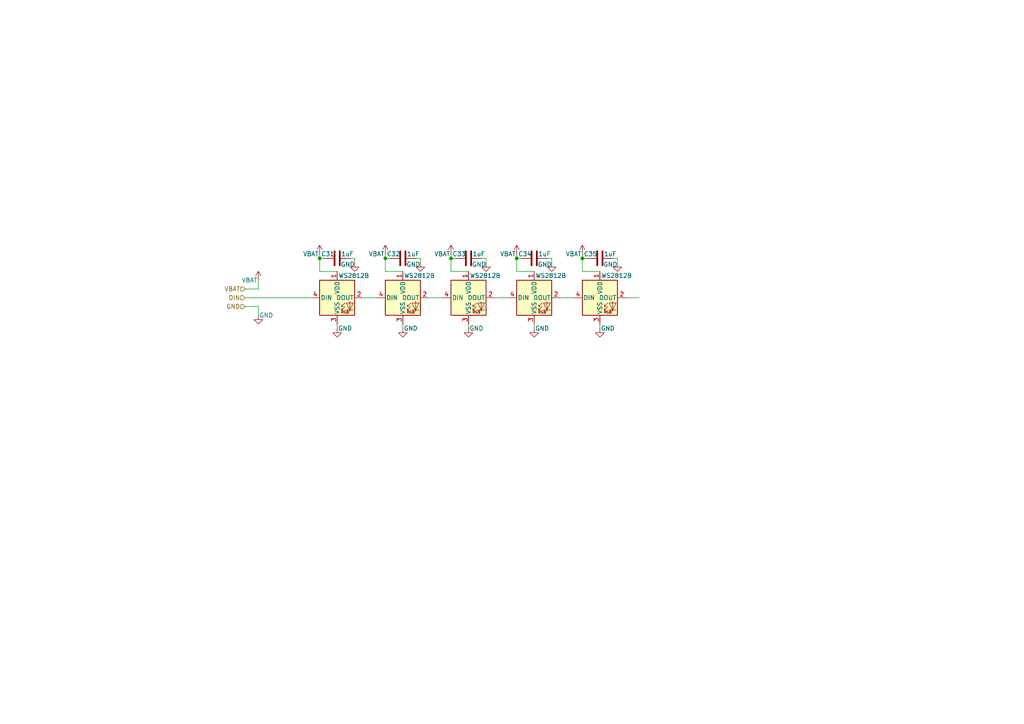
<source format=kicad_sch>
(kicad_sch (version 20250114) (generator "eeschema") (generator_version "9.0")
  (paper "A4")
  (lib_symbols
    (symbol "Device:C" (pin_numbers (hide yes)) (pin_names (offset 0.254))
      (property "Reference" "C" (at 0.635 2.54 0))
      (property "Value" "C" (at 0.635 -2.54 0))
      (symbol "C_0_1"
        (polyline (pts (xy -2.032 0.762) (xy 2.032 0.762)) (stroke (width 0.508)))
        (polyline (pts (xy -2.032 -0.762) (xy 2.032 -0.762)) (stroke (width 0.508)))
      )
      (symbol "C_1_1"
        (pin passive line (at 0 3.81 270) (length 2.794) (name "~") (number "1"))
        (pin passive line (at 0 -3.81 90) (length 2.794) (name "~") (number "2"))
      )
    )
    (symbol "LED:WS2812B" (pin_names (offset 0.254))
      (property "Reference" "D" (at 5.08 5.715 0))
      (property "Value" "WS2812B" (at 1.27 -5.715 0))
      (symbol "WS2812B_0_0"
        (text "RGB" (at 2.286 -4.191 0) (effects (font (size 0.762 0.762))))
      )
      (symbol "WS2812B_0_1"
        (polyline (pts (xy 1.27 -2.54) (xy 1.778 -2.54)))
        (polyline (pts (xy 1.27 -3.556) (xy 1.778 -3.556)))
        (polyline (pts (xy 2.286 -1.524) (xy 1.27 -2.54) (xy 1.27 -2.032)))
        (polyline (pts (xy 2.286 -2.54) (xy 1.27 -3.556) (xy 1.27 -3.048)))
        (polyline (pts (xy 3.683 -1.016) (xy 3.683 -3.556) (xy 3.683 -4.064)))
        (polyline (pts (xy 4.699 -1.524) (xy 2.667 -1.524) (xy 3.683 -3.556) (xy 4.699 -1.524)))
        (polyline (pts (xy 4.699 -3.556) (xy 2.667 -3.556)))
        (rectangle (start 5.08 5.08) (end -5.08 -5.08) (stroke (width 0.254)) (fill (type background)))
      )
      (symbol "WS2812B_1_1"
        (pin input line (at -7.62 0 0) (length 2.54) (name "DIN") (number "4"))
        (pin power_in line (at 0 7.62 270) (length 2.54) (name "VDD") (number "1"))
        (pin power_in line (at 0 -7.62 90) (length 2.54) (name "VSS") (number "3"))
        (pin output line (at 7.62 0 180) (length 2.54) (name "DOUT") (number "2"))
      )
    )
    (symbol "power:GND" (power) (pin_numbers (hide yes)) (pin_names (offset 0) (hide yes))
      (property "Value" "GND" (at 0 -3.81 0))
      (symbol "GND_0_1"
        (polyline (pts (xy 0 0) (xy 0 -1.27) (xy 1.27 -1.27) (xy 0 -2.54) (xy -1.27 -1.27) (xy 0 -1.27)))
      )
      (symbol "GND_1_1"
        (pin power_in line (at 0 0 270) (length 0) (name "~") (number "1"))
      )
    )
    (symbol "power:VBUS" (power) (pin_numbers (hide yes)) (pin_names (offset 0) (hide yes))
      (property "Value" "VBUS" (at 0 3.556 0))
      (symbol "VBUS_0_1"
        (polyline (pts (xy -0.762 1.27) (xy 0 2.54)))
        (polyline (pts (xy 0 2.54) (xy 0.762 1.27)))
        (polyline (pts (xy 0 0) (xy 0 2.54)))
      )
      (symbol "VBUS_1_1"
        (pin power_in line (at 0 0 90) (length 0) (name "~") (number "1"))
      )
    )
  )
  (junction (at 168.91 74.93))
  (junction (at 111.76 74.93))
  (junction (at 130.81 74.93))
  (junction (at 92.71 74.93))
  (junction (at 149.86 74.93))
  (wire (pts (xy 74.93 88.9) (xy 74.93 91.44)))
  (wire (pts (xy 140.97 74.93) (xy 140.97 76.2)))
  (wire (pts (xy 102.87 74.93) (xy 102.87 76.2)))
  (wire (pts (xy 111.76 74.93) (xy 113.03 74.93)))
  (wire (pts (xy 71.12 83.82) (xy 74.93 83.82)))
  (wire (pts (xy 143.51 86.36) (xy 147.32 86.36)))
  (wire (pts (xy 120.65 74.93) (xy 121.92 74.93)))
  (wire (pts (xy 92.71 74.93) (xy 93.98 74.93)))
  (wire (pts (xy 135.89 93.98) (xy 135.89 95.25)))
  (wire (pts (xy 111.76 74.93) (xy 111.76 78.74)))
  (wire (pts (xy 149.86 73.66) (xy 149.86 74.93)))
  (wire (pts (xy 158.75 74.93) (xy 160.02 74.93)))
  (wire (pts (xy 71.12 86.36) (xy 90.17 86.36)))
  (wire (pts (xy 139.7 74.93) (xy 140.97 74.93)))
  (wire (pts (xy 181.61 86.36) (xy 185.42 86.36)))
  (wire (pts (xy 160.02 74.93) (xy 160.02 76.2)))
  (wire (pts (xy 177.8 74.93) (xy 179.07 74.93)))
  (wire (pts (xy 149.86 74.93) (xy 149.86 78.74)))
  (wire (pts (xy 111.76 73.66) (xy 111.76 74.93)))
  (wire (pts (xy 116.84 93.98) (xy 116.84 95.25)))
  (wire (pts (xy 130.81 78.74) (xy 135.89 78.74)))
  (wire (pts (xy 130.81 74.93) (xy 132.08 74.93)))
  (wire (pts (xy 149.86 74.93) (xy 151.13 74.93)))
  (wire (pts (xy 173.99 93.98) (xy 173.99 95.25)))
  (wire (pts (xy 71.12 88.9) (xy 74.93 88.9)))
  (wire (pts (xy 105.41 86.36) (xy 109.22 86.36)))
  (wire (pts (xy 97.79 93.98) (xy 97.79 95.25)))
  (wire (pts (xy 168.91 74.93) (xy 170.18 74.93)))
  (wire (pts (xy 154.94 93.98) (xy 154.94 95.25)))
  (wire (pts (xy 130.81 73.66) (xy 130.81 74.93)))
  (wire (pts (xy 124.46 86.36) (xy 128.27 86.36)))
  (wire (pts (xy 179.07 74.93) (xy 179.07 76.2)))
  (wire (pts (xy 121.92 74.93) (xy 121.92 76.2)))
  (wire (pts (xy 168.91 78.74) (xy 173.99 78.74)))
  (wire (pts (xy 74.93 83.82) (xy 74.93 81.28)))
  (wire (pts (xy 111.76 78.74) (xy 116.84 78.74)))
  (wire (pts (xy 168.91 73.66) (xy 168.91 74.93)))
  (wire (pts (xy 162.56 86.36) (xy 166.37 86.36)))
  (wire (pts (xy 92.71 78.74) (xy 97.79 78.74)))
  (wire (pts (xy 92.71 73.66) (xy 92.71 74.93)))
  (wire (pts (xy 130.81 74.93) (xy 130.81 78.74)))
  (wire (pts (xy 168.91 74.93) (xy 168.91 78.74)))
  (wire (pts (xy 149.86 78.74) (xy 154.94 78.74)))
  (wire (pts (xy 92.71 74.93) (xy 92.71 78.74)))
  (wire (pts (xy 101.6 74.93) (xy 102.87 74.93)))
  (hierarchical_label "DIN" (shape input) (at 71.12 86.36 180))
  (hierarchical_label "GND" (shape input) (at 71.12 88.9 180))
  (hierarchical_label "VBAT" (shape input) (at 71.12 83.82 180))
  (symbol (lib_id "power:GND") (at 102.87 76.2 0) (unit 1)
    (property "Reference" "#PWR054" (effects (hide yes)))
    (property "Value" "GND" (at 100.838 76.708 0))
    (property "Description" "Power symbol creates a global label with name \"GND\" , ground" (effects (hide yes)))
  )
  (symbol (lib_id "power:GND") (at 154.94 95.25 0) (unit 1)
    (property "Reference" "#PWR062" (effects (hide yes)))
    (property "Value" "GND" (at 157.226 95.25 0))
    (property "Description" "Power symbol creates a global label with name \"GND\" , ground" (effects (hide yes)))
  )
  (symbol (lib_id "LED:WS2812B") (at 135.89 86.36 0) (unit 1)
    (property "Reference" "WLED3" (effects (hide yes)))
    (property "Value" "WS2812B" (at 140.716 79.9398 0))
    (property "Footprint" "LED_SMD:LED_WS2812B_PLCC4_5.0x5.0mm_P3.2mm" (effects (hide yes)))
    (property "Datasheet" "https://cdn-shop.adafruit.com/datasheets/WS2812B.pdf" (effects (hide yes)))
    (property "Description" "RGB LED with integrated controller" (effects (hide yes)))
  )
  (symbol (lib_id "power:VBUS") (at 111.76 73.66 0) (unit 1)
    (property "Reference" "#PWR055" (effects (hide yes)))
    (property "Value" "VBAT" (at 109.22 73.66 0))
    (property "Description" "Power symbol creates a global label with name \"VBUS\"" (effects (hide yes)))
  )
  (symbol (lib_id "power:VBUS") (at 149.86 73.66 0) (unit 1)
    (property "Reference" "#PWR061" (effects (hide yes)))
    (property "Value" "VBAT" (at 147.32 73.66 0))
    (property "Description" "Power symbol creates a global label with name \"VBUS\"" (effects (hide yes)))
  )
  (symbol (lib_id "power:GND") (at 173.99 95.25 0) (unit 1)
    (property "Reference" "#PWR065" (effects (hide yes)))
    (property "Value" "GND" (at 176.276 95.25 0))
    (property "Description" "Power symbol creates a global label with name \"GND\" , ground" (effects (hide yes)))
  )
  (symbol (lib_id "power:GND") (at 97.79 95.25 0) (unit 1)
    (property "Reference" "#PWR053" (effects (hide yes)))
    (property "Value" "GND" (at 100.076 95.25 0))
    (property "Description" "Power symbol creates a global label with name \"GND\" , ground" (effects (hide yes)))
  )
  (symbol (lib_id "power:VBUS") (at 130.81 73.66 0) (unit 1)
    (property "Reference" "#PWR058" (effects (hide yes)))
    (property "Value" "VBAT" (at 128.27 73.66 0))
    (property "Description" "Power symbol creates a global label with name \"VBUS\"" (effects (hide yes)))
  )
  (symbol (lib_id "power:VBUS") (at 92.71 73.66 0) (unit 1)
    (property "Reference" "#PWR052" (effects (hide yes)))
    (property "Value" "VBAT" (at 90.17 73.66 0))
    (property "Description" "Power symbol creates a global label with name \"VBUS\"" (effects (hide yes)))
  )
  (symbol (lib_id "Device:C") (at 116.84 74.93 90) (mirror x) (unit 1)
    (property "Reference" "C32" (at 116.0779 73.66 90) (effects (justify left)))
    (property "Value" "1uF" (at 121.6659 73.66 90) (effects (justify left)))
    (property "Footprint" "Capacitor_SMD:C_0603_1608Metric" (effects (hide yes)))
    (property "Description" "Unpolarized capacitor" (effects (hide yes)))
  )
  (symbol (lib_id "power:GND") (at 140.97 76.2 0) (unit 1)
    (property "Reference" "#PWR060" (effects (hide yes)))
    (property "Value" "GND" (at 138.938 76.708 0))
    (property "Description" "Power symbol creates a global label with name \"GND\" , ground" (effects (hide yes)))
  )
  (symbol (lib_id "power:VBUS") (at 168.91 73.66 0) (unit 1)
    (property "Reference" "#PWR064" (effects (hide yes)))
    (property "Value" "VBAT" (at 166.37 73.66 0))
    (property "Description" "Power symbol creates a global label with name \"VBUS\"" (effects (hide yes)))
  )
  (symbol (lib_id "power:GND") (at 135.89 95.25 0) (unit 1)
    (property "Reference" "#PWR059" (effects (hide yes)))
    (property "Value" "GND" (at 138.176 95.25 0))
    (property "Description" "Power symbol creates a global label with name \"GND\" , ground" (effects (hide yes)))
  )
  (symbol (lib_id "LED:WS2812B") (at 116.84 86.36 0) (unit 1)
    (property "Reference" "WLED2" (effects (hide yes)))
    (property "Value" "WS2812B" (at 121.666 79.9398 0))
    (property "Footprint" "LED_SMD:LED_WS2812B_PLCC4_5.0x5.0mm_P3.2mm" (effects (hide yes)))
    (property "Datasheet" "https://cdn-shop.adafruit.com/datasheets/WS2812B.pdf" (effects (hide yes)))
    (property "Description" "RGB LED with integrated controller" (effects (hide yes)))
  )
  (symbol (lib_id "power:GND") (at 74.93 91.44 0) (unit 1)
    (property "Reference" "#PWR051" (effects (hide yes)))
    (property "Value" "GND" (at 77.216 91.44 0))
    (property "Description" "Power symbol creates a global label with name \"GND\" , ground" (effects (hide yes)))
  )
  (symbol (lib_id "power:GND") (at 121.92 76.2 0) (unit 1)
    (property "Reference" "#PWR057" (effects (hide yes)))
    (property "Value" "GND" (at 119.888 76.708 0))
    (property "Description" "Power symbol creates a global label with name \"GND\" , ground" (effects (hide yes)))
  )
  (symbol (lib_id "Device:C") (at 173.99 74.93 90) (mirror x) (unit 1)
    (property "Reference" "C35" (at 173.2279 73.66 90) (effects (justify left)))
    (property "Value" "1uF" (at 178.8159 73.66 90) (effects (justify left)))
    (property "Footprint" "Capacitor_SMD:C_0603_1608Metric" (effects (hide yes)))
    (property "Description" "Unpolarized capacitor" (effects (hide yes)))
  )
  (symbol (lib_id "power:VBUS") (at 74.93 81.28 0) (unit 1)
    (property "Reference" "#PWR050" (effects (hide yes)))
    (property "Value" "VBAT" (at 72.39 81.28 0))
    (property "Description" "Power symbol creates a global label with name \"VBUS\"" (effects (hide yes)))
  )
  (symbol (lib_id "power:GND") (at 179.07 76.2 0) (unit 1)
    (property "Reference" "#PWR066" (effects (hide yes)))
    (property "Value" "GND" (at 177.038 76.708 0))
    (property "Description" "Power symbol creates a global label with name \"GND\" , ground" (effects (hide yes)))
  )
  (symbol (lib_id "power:GND") (at 160.02 76.2 0) (unit 1)
    (property "Reference" "#PWR063" (effects (hide yes)))
    (property "Value" "GND" (at 157.988 76.708 0))
    (property "Description" "Power symbol creates a global label with name \"GND\" , ground" (effects (hide yes)))
  )
  (symbol (lib_id "Device:C") (at 154.94 74.93 90) (mirror x) (unit 1)
    (property "Reference" "C34" (at 154.1779 73.66 90) (effects (justify left)))
    (property "Value" "1uF" (at 159.7659 73.66 90) (effects (justify left)))
    (property "Footprint" "Capacitor_SMD:C_0603_1608Metric" (effects (hide yes)))
    (property "Description" "Unpolarized capacitor" (effects (hide yes)))
  )
  (symbol (lib_id "Device:C") (at 135.89 74.93 90) (mirror x) (unit 1)
    (property "Reference" "C33" (at 135.1279 73.66 90) (effects (justify left)))
    (property "Value" "1uF" (at 140.7159 73.66 90) (effects (justify left)))
    (property "Footprint" "Capacitor_SMD:C_0603_1608Metric" (effects (hide yes)))
    (property "Description" "Unpolarized capacitor" (effects (hide yes)))
  )
  (symbol (lib_id "LED:WS2812B") (at 173.99 86.36 0) (unit 1)
    (property "Reference" "WLED5" (effects (hide yes)))
    (property "Value" "WS2812B" (at 178.816 79.9398 0))
    (property "Footprint" "LED_SMD:LED_WS2812B_PLCC4_5.0x5.0mm_P3.2mm" (effects (hide yes)))
    (property "Datasheet" "https://cdn-shop.adafruit.com/datasheets/WS2812B.pdf" (effects (hide yes)))
    (property "Description" "RGB LED with integrated controller" (effects (hide yes)))
  )
  (symbol (lib_id "LED:WS2812B") (at 154.94 86.36 0) (unit 1)
    (property "Reference" "WLED4" (effects (hide yes)))
    (property "Value" "WS2812B" (at 159.766 79.9398 0))
    (property "Footprint" "LED_SMD:LED_WS2812B_PLCC4_5.0x5.0mm_P3.2mm" (effects (hide yes)))
    (property "Datasheet" "https://cdn-shop.adafruit.com/datasheets/WS2812B.pdf" (effects (hide yes)))
    (property "Description" "RGB LED with integrated controller" (effects (hide yes)))
  )
  (symbol (lib_id "Device:C") (at 97.79 74.93 90) (mirror x) (unit 1)
    (property "Reference" "C31" (at 97.0279 73.66 90) (effects (justify left)))
    (property "Value" "1uF" (at 102.6159 73.66 90) (effects (justify left)))
    (property "Footprint" "Capacitor_SMD:C_0603_1608Metric" (effects (hide yes)))
    (property "Description" "Unpolarized capacitor" (effects (hide yes)))
  )
  (symbol (lib_id "LED:WS2812B") (at 97.79 86.36 0) (unit 1)
    (property "Reference" "WLED1" (effects (hide yes)))
    (property "Value" "WS2812B" (at 102.616 79.9398 0))
    (property "Footprint" "LED_SMD:LED_WS2812B_PLCC4_5.0x5.0mm_P3.2mm" (effects (hide yes)))
    (property "Datasheet" "https://cdn-shop.adafruit.com/datasheets/WS2812B.pdf" (effects (hide yes)))
    (property "Description" "RGB LED with integrated controller" (effects (hide yes)))
  )
  (symbol (lib_id "power:GND") (at 116.84 95.25 0) (unit 1)
    (property "Reference" "#PWR056" (effects (hide yes)))
    (property "Value" "GND" (at 119.126 95.25 0))
    (property "Description" "Power symbol creates a global label with name \"GND\" , ground" (effects (hide yes)))
  )
)
</source>
